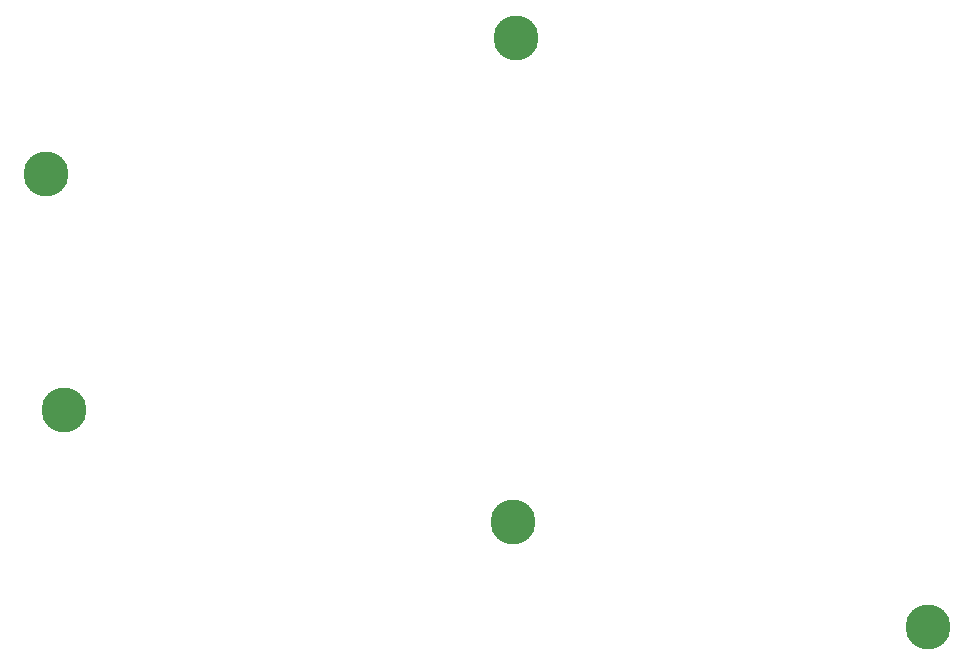
<source format=gbr>
%TF.GenerationSoftware,KiCad,Pcbnew,7.0.8*%
%TF.CreationDate,2023-11-06T14:20:59+01:00*%
%TF.ProjectId,bottom_choc,626f7474-6f6d-45f6-9368-6f632e6b6963,v1.0.0*%
%TF.SameCoordinates,Original*%
%TF.FileFunction,Copper,L1,Top*%
%TF.FilePolarity,Positive*%
%FSLAX46Y46*%
G04 Gerber Fmt 4.6, Leading zero omitted, Abs format (unit mm)*
G04 Created by KiCad (PCBNEW 7.0.8) date 2023-11-06 14:20:59*
%MOMM*%
%LPD*%
G01*
G04 APERTURE LIST*
%TA.AperFunction,ComponentPad*%
%ADD10C,3.800000*%
%TD*%
G04 APERTURE END LIST*
D10*
%TO.P,H1,*%
%TO.N,*%
X184910696Y-116851539D03*
%TD*%
%TO.P,H2,*%
%TO.N,*%
X186479065Y-136779562D03*
%TD*%
%TO.P,H3,*%
%TO.N,*%
X224735308Y-105294655D03*
%TD*%
%TO.P,H4,*%
%TO.N,*%
X224477561Y-146288789D03*
%TD*%
%TO.P,H5,*%
%TO.N,*%
X259645388Y-155143245D03*
%TD*%
M02*

</source>
